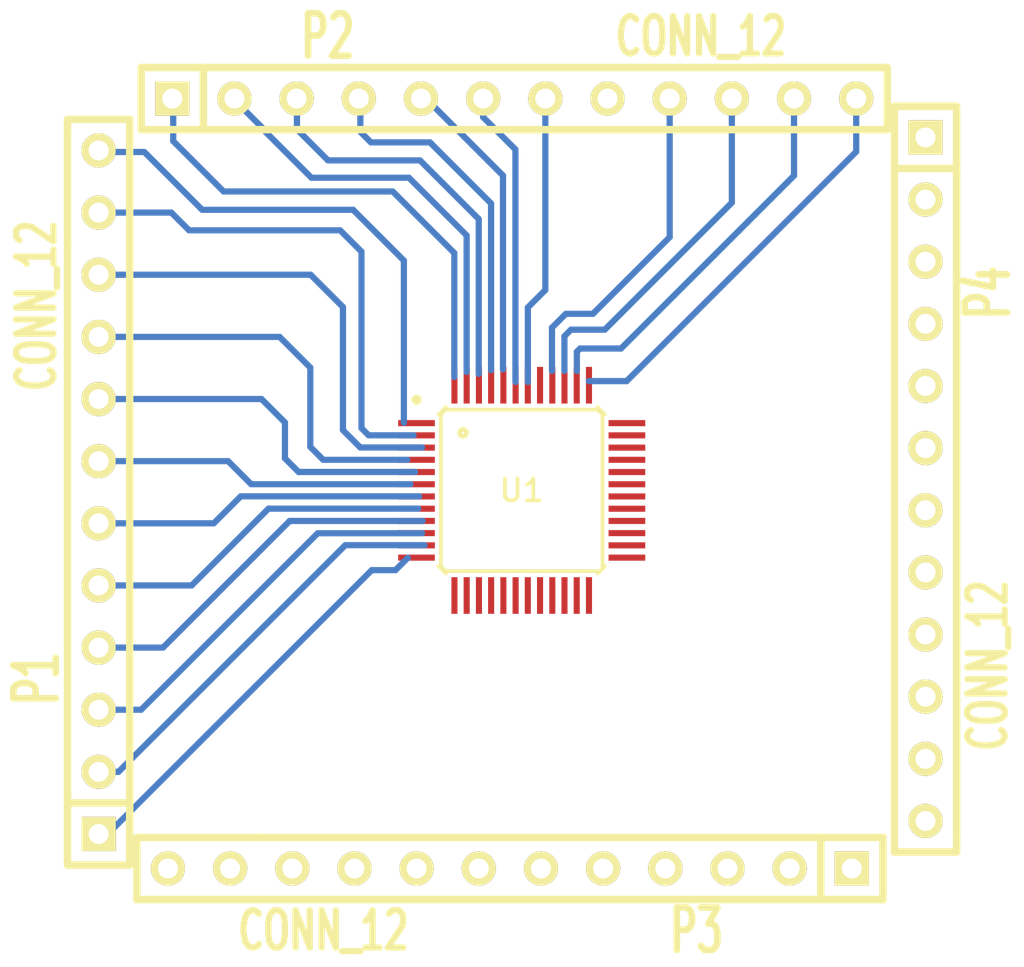
<source format=kicad_pcb>
(kicad_pcb (version 3) (host pcbnew "(2013-mar-13)-testing")

  (general
    (links 48)
    (no_connects 48)
    (area 0 0 0 0)
    (thickness 1.6)
    (drawings 0)
    (tracks 102)
    (zones 0)
    (modules 5)
    (nets 49)
  )

  (page A4)
  (layers
    (15 F.Cu signal)
    (0 B.Cu signal)
    (16 B.Adhes user)
    (17 F.Adhes user)
    (18 B.Paste user)
    (19 F.Paste user)
    (20 B.SilkS user)
    (21 F.SilkS user)
    (22 B.Mask user)
    (23 F.Mask user)
    (24 Dwgs.User user)
    (25 Cmts.User user)
    (26 Eco1.User user)
    (27 Eco2.User user)
    (28 Edge.Cuts user)
  )

  (setup
    (last_trace_width 0.254)
    (trace_clearance 0.254)
    (zone_clearance 0.508)
    (zone_45_only no)
    (trace_min 0.254)
    (segment_width 0.2)
    (edge_width 0.15)
    (via_size 0.889)
    (via_drill 0.635)
    (via_min_size 0.889)
    (via_min_drill 0.508)
    (uvia_size 0.508)
    (uvia_drill 0.127)
    (uvias_allowed no)
    (uvia_min_size 0.508)
    (uvia_min_drill 0.127)
    (pcb_text_width 0.3)
    (pcb_text_size 1 1)
    (mod_edge_width 0.15)
    (mod_text_size 1 1)
    (mod_text_width 0.15)
    (pad_size 1 1)
    (pad_drill 0.6)
    (pad_to_mask_clearance 0)
    (aux_axis_origin 0 0)
    (visible_elements FFFFEF7F)
    (pcbplotparams
      (layerselection 3178497)
      (usegerberextensions true)
      (excludeedgelayer true)
      (linewidth 0.150000)
      (plotframeref false)
      (viasonmask false)
      (mode 1)
      (useauxorigin false)
      (hpglpennumber 1)
      (hpglpenspeed 20)
      (hpglpendiameter 15)
      (hpglpenoverlay 2)
      (psnegative false)
      (psa4output false)
      (plotreference true)
      (plotvalue true)
      (plotothertext true)
      (plotinvisibletext false)
      (padsonsilk false)
      (subtractmaskfromsilk false)
      (outputformat 1)
      (mirror false)
      (drillshape 1)
      (scaleselection 1)
      (outputdirectory ""))
  )

  (net 0 "")
  (net 1 N-000001)
  (net 2 N-0000010)
  (net 3 N-0000011)
  (net 4 N-0000012)
  (net 5 N-0000013)
  (net 6 N-0000014)
  (net 7 N-0000015)
  (net 8 N-0000016)
  (net 9 N-0000017)
  (net 10 N-0000018)
  (net 11 N-0000019)
  (net 12 N-000002)
  (net 13 N-0000020)
  (net 14 N-0000021)
  (net 15 N-0000022)
  (net 16 N-0000023)
  (net 17 N-0000024)
  (net 18 N-0000025)
  (net 19 N-0000026)
  (net 20 N-0000027)
  (net 21 N-0000028)
  (net 22 N-0000029)
  (net 23 N-000003)
  (net 24 N-0000030)
  (net 25 N-0000031)
  (net 26 N-0000032)
  (net 27 N-0000033)
  (net 28 N-0000034)
  (net 29 N-0000035)
  (net 30 N-0000036)
  (net 31 N-0000037)
  (net 32 N-0000038)
  (net 33 N-0000039)
  (net 34 N-000004)
  (net 35 N-0000040)
  (net 36 N-0000041)
  (net 37 N-0000042)
  (net 38 N-0000043)
  (net 39 N-0000044)
  (net 40 N-0000045)
  (net 41 N-0000046)
  (net 42 N-0000047)
  (net 43 N-0000048)
  (net 44 N-000005)
  (net 45 N-000006)
  (net 46 N-000007)
  (net 47 N-000008)
  (net 48 N-000009)

  (net_class Default "This is the default net class."
    (clearance 0.254)
    (trace_width 0.254)
    (via_dia 0.889)
    (via_drill 0.635)
    (uvia_dia 0.508)
    (uvia_drill 0.127)
    (add_net "")
    (add_net N-000001)
    (add_net N-0000010)
    (add_net N-0000011)
    (add_net N-0000012)
    (add_net N-0000013)
    (add_net N-0000014)
    (add_net N-0000015)
    (add_net N-0000016)
    (add_net N-0000017)
    (add_net N-0000018)
    (add_net N-0000019)
    (add_net N-000002)
    (add_net N-0000020)
    (add_net N-0000021)
    (add_net N-0000022)
    (add_net N-0000023)
    (add_net N-0000024)
    (add_net N-0000025)
    (add_net N-0000026)
    (add_net N-0000027)
    (add_net N-0000028)
    (add_net N-0000029)
    (add_net N-000003)
    (add_net N-0000030)
    (add_net N-0000031)
    (add_net N-0000032)
    (add_net N-0000033)
    (add_net N-0000034)
    (add_net N-0000035)
    (add_net N-0000036)
    (add_net N-0000037)
    (add_net N-0000038)
    (add_net N-0000039)
    (add_net N-000004)
    (add_net N-0000040)
    (add_net N-0000041)
    (add_net N-0000042)
    (add_net N-0000043)
    (add_net N-0000044)
    (add_net N-0000045)
    (add_net N-0000046)
    (add_net N-0000047)
    (add_net N-0000048)
    (add_net N-000005)
    (add_net N-000006)
    (add_net N-000007)
    (add_net N-000008)
    (add_net N-000009)
  )

  (module SIL-12 (layer F.Cu) (tedit 5031D9E1) (tstamp 52135BBE)
    (at 131.2164 105.0798 90)
    (descr "Connecteur 12 pins")
    (tags "CONN DEV")
    (path /521358A2)
    (fp_text reference P1 (at -7.62 -2.54 90) (layer F.SilkS)
      (effects (font (size 1.72974 1.08712) (thickness 0.3048)))
    )
    (fp_text value CONN_12 (at 7.62 -2.54 90) (layer F.SilkS)
      (effects (font (size 1.524 1.016) (thickness 0.3048)))
    )
    (fp_line (start -15.24 1.27) (end -15.24 1.27) (layer F.SilkS) (width 0.3048))
    (fp_line (start -15.24 1.27) (end -15.24 -1.27) (layer F.SilkS) (width 0.3048))
    (fp_line (start -15.24 -1.27) (end 10.16 -1.27) (layer F.SilkS) (width 0.3048))
    (fp_line (start 10.16 1.27) (end -15.24 1.27) (layer F.SilkS) (width 0.3048))
    (fp_line (start -12.7 1.27) (end -12.7 -1.27) (layer F.SilkS) (width 0.3048))
    (fp_line (start 10.16 -1.27) (end 14.605 -1.27) (layer F.SilkS) (width 0.3048))
    (fp_line (start 14.605 -1.27) (end 15.24 -1.27) (layer F.SilkS) (width 0.3048))
    (fp_line (start 15.24 -1.27) (end 15.24 1.27) (layer F.SilkS) (width 0.3048))
    (fp_line (start 15.24 1.27) (end 10.16 1.27) (layer F.SilkS) (width 0.3048))
    (pad 1 thru_hole rect (at -13.97 0 90) (size 1.397 1.397) (drill 0.8128)
      (layers *.Cu *.Mask F.SilkS)
      (net 42 N-0000047)
    )
    (pad 2 thru_hole circle (at -11.43 0 90) (size 1.397 1.397) (drill 0.8128)
      (layers *.Cu *.Mask F.SilkS)
      (net 41 N-0000046)
    )
    (pad 3 thru_hole circle (at -8.89 0 90) (size 1.397 1.397) (drill 0.8128)
      (layers *.Cu *.Mask F.SilkS)
      (net 40 N-0000045)
    )
    (pad 4 thru_hole circle (at -6.35 0 90) (size 1.397 1.397) (drill 0.8128)
      (layers *.Cu *.Mask F.SilkS)
      (net 39 N-0000044)
    )
    (pad 5 thru_hole circle (at -3.81 0 90) (size 1.397 1.397) (drill 0.8128)
      (layers *.Cu *.Mask F.SilkS)
      (net 38 N-0000043)
    )
    (pad 6 thru_hole circle (at -1.27 0 90) (size 1.397 1.397) (drill 0.8128)
      (layers *.Cu *.Mask F.SilkS)
      (net 37 N-0000042)
    )
    (pad 7 thru_hole circle (at 1.27 0 90) (size 1.397 1.397) (drill 0.8128)
      (layers *.Cu *.Mask F.SilkS)
      (net 36 N-0000041)
    )
    (pad 8 thru_hole circle (at 3.81 0 90) (size 1.397 1.397) (drill 0.8128)
      (layers *.Cu *.Mask F.SilkS)
      (net 30 N-0000036)
    )
    (pad 9 thru_hole circle (at 6.35 0 90) (size 1.397 1.397) (drill 0.8128)
      (layers *.Cu *.Mask F.SilkS)
      (net 35 N-0000040)
    )
    (pad 10 thru_hole circle (at 8.89 0 90) (size 1.397 1.397) (drill 0.8128)
      (layers *.Cu *.Mask F.SilkS)
      (net 33 N-0000039)
    )
    (pad 11 thru_hole circle (at 11.43 0 90) (size 1.397 1.397) (drill 0.8128)
      (layers *.Cu *.Mask F.SilkS)
      (net 32 N-0000038)
    )
    (pad 12 thru_hole circle (at 13.97 0 90) (size 1.397 1.397) (drill 0.8128)
      (layers *.Cu *.Mask F.SilkS)
      (net 31 N-0000037)
    )
    (model pin_array\pins_array_12x1.wrl
      (at (xyz 0 0 0))
      (scale (xyz 1 1 1))
      (rotate (xyz 0 0 0))
    )
  )

  (module SIL-12 (layer F.Cu) (tedit 5031D9E1) (tstamp 52135BED)
    (at 148.0185 120.4595 180)
    (descr "Connecteur 12 pins")
    (tags "CONN DEV")
    (path /521358CF)
    (fp_text reference P3 (at -7.62 -2.54 180) (layer F.SilkS)
      (effects (font (size 1.72974 1.08712) (thickness 0.3048)))
    )
    (fp_text value CONN_12 (at 7.62 -2.54 180) (layer F.SilkS)
      (effects (font (size 1.524 1.016) (thickness 0.3048)))
    )
    (fp_line (start -15.24 1.27) (end -15.24 1.27) (layer F.SilkS) (width 0.3048))
    (fp_line (start -15.24 1.27) (end -15.24 -1.27) (layer F.SilkS) (width 0.3048))
    (fp_line (start -15.24 -1.27) (end 10.16 -1.27) (layer F.SilkS) (width 0.3048))
    (fp_line (start 10.16 1.27) (end -15.24 1.27) (layer F.SilkS) (width 0.3048))
    (fp_line (start -12.7 1.27) (end -12.7 -1.27) (layer F.SilkS) (width 0.3048))
    (fp_line (start 10.16 -1.27) (end 14.605 -1.27) (layer F.SilkS) (width 0.3048))
    (fp_line (start 14.605 -1.27) (end 15.24 -1.27) (layer F.SilkS) (width 0.3048))
    (fp_line (start 15.24 -1.27) (end 15.24 1.27) (layer F.SilkS) (width 0.3048))
    (fp_line (start 15.24 1.27) (end 10.16 1.27) (layer F.SilkS) (width 0.3048))
    (pad 1 thru_hole rect (at -13.97 0 180) (size 1.397 1.397) (drill 0.8128)
      (layers *.Cu *.Mask F.SilkS)
      (net 22 N-0000029)
    )
    (pad 2 thru_hole circle (at -11.43 0 180) (size 1.397 1.397) (drill 0.8128)
      (layers *.Cu *.Mask F.SilkS)
      (net 24 N-0000030)
    )
    (pad 3 thru_hole circle (at -8.89 0 180) (size 1.397 1.397) (drill 0.8128)
      (layers *.Cu *.Mask F.SilkS)
      (net 25 N-0000031)
    )
    (pad 4 thru_hole circle (at -6.35 0 180) (size 1.397 1.397) (drill 0.8128)
      (layers *.Cu *.Mask F.SilkS)
      (net 26 N-0000032)
    )
    (pad 5 thru_hole circle (at -3.81 0 180) (size 1.397 1.397) (drill 0.8128)
      (layers *.Cu *.Mask F.SilkS)
      (net 27 N-0000033)
    )
    (pad 6 thru_hole circle (at -1.27 0 180) (size 1.397 1.397) (drill 0.8128)
      (layers *.Cu *.Mask F.SilkS)
      (net 28 N-0000034)
    )
    (pad 7 thru_hole circle (at 1.27 0 180) (size 1.397 1.397) (drill 0.8128)
      (layers *.Cu *.Mask F.SilkS)
      (net 29 N-0000035)
    )
    (pad 8 thru_hole circle (at 3.81 0 180) (size 1.397 1.397) (drill 0.8128)
      (layers *.Cu *.Mask F.SilkS)
      (net 3 N-0000011)
    )
    (pad 9 thru_hole circle (at 6.35 0 180) (size 1.397 1.397) (drill 0.8128)
      (layers *.Cu *.Mask F.SilkS)
      (net 12 N-000002)
    )
    (pad 10 thru_hole circle (at 8.89 0 180) (size 1.397 1.397) (drill 0.8128)
      (layers *.Cu *.Mask F.SilkS)
      (net 23 N-000003)
    )
    (pad 11 thru_hole circle (at 11.43 0 180) (size 1.397 1.397) (drill 0.8128)
      (layers *.Cu *.Mask F.SilkS)
      (net 34 N-000004)
    )
    (pad 12 thru_hole circle (at 13.97 0 180) (size 1.397 1.397) (drill 0.8128)
      (layers *.Cu *.Mask F.SilkS)
      (net 44 N-000005)
    )
    (model pin_array\pins_array_12x1.wrl
      (at (xyz 0 0 0))
      (scale (xyz 1 1 1))
      (rotate (xyz 0 0 0))
    )
  )

  (module SIL-12 (layer F.Cu) (tedit 5031D9E1) (tstamp 52135C06)
    (at 164.9984 104.5464 270)
    (descr "Connecteur 12 pins")
    (tags "CONN DEV")
    (path /521358C0)
    (fp_text reference P4 (at -7.62 -2.54 270) (layer F.SilkS)
      (effects (font (size 1.72974 1.08712) (thickness 0.3048)))
    )
    (fp_text value CONN_12 (at 7.62 -2.54 270) (layer F.SilkS)
      (effects (font (size 1.524 1.016) (thickness 0.3048)))
    )
    (fp_line (start -15.24 1.27) (end -15.24 1.27) (layer F.SilkS) (width 0.3048))
    (fp_line (start -15.24 1.27) (end -15.24 -1.27) (layer F.SilkS) (width 0.3048))
    (fp_line (start -15.24 -1.27) (end 10.16 -1.27) (layer F.SilkS) (width 0.3048))
    (fp_line (start 10.16 1.27) (end -15.24 1.27) (layer F.SilkS) (width 0.3048))
    (fp_line (start -12.7 1.27) (end -12.7 -1.27) (layer F.SilkS) (width 0.3048))
    (fp_line (start 10.16 -1.27) (end 14.605 -1.27) (layer F.SilkS) (width 0.3048))
    (fp_line (start 14.605 -1.27) (end 15.24 -1.27) (layer F.SilkS) (width 0.3048))
    (fp_line (start 15.24 -1.27) (end 15.24 1.27) (layer F.SilkS) (width 0.3048))
    (fp_line (start 15.24 1.27) (end 10.16 1.27) (layer F.SilkS) (width 0.3048))
    (pad 1 thru_hole rect (at -13.97 0 270) (size 1.397 1.397) (drill 0.8128)
      (layers *.Cu *.Mask F.SilkS)
      (net 10 N-0000018)
    )
    (pad 2 thru_hole circle (at -11.43 0 270) (size 1.397 1.397) (drill 0.8128)
      (layers *.Cu *.Mask F.SilkS)
      (net 43 N-0000048)
    )
    (pad 3 thru_hole circle (at -8.89 0 270) (size 1.397 1.397) (drill 0.8128)
      (layers *.Cu *.Mask F.SilkS)
      (net 13 N-0000020)
    )
    (pad 4 thru_hole circle (at -6.35 0 270) (size 1.397 1.397) (drill 0.8128)
      (layers *.Cu *.Mask F.SilkS)
      (net 14 N-0000021)
    )
    (pad 5 thru_hole circle (at -3.81 0 270) (size 1.397 1.397) (drill 0.8128)
      (layers *.Cu *.Mask F.SilkS)
      (net 15 N-0000022)
    )
    (pad 6 thru_hole circle (at -1.27 0 270) (size 1.397 1.397) (drill 0.8128)
      (layers *.Cu *.Mask F.SilkS)
      (net 16 N-0000023)
    )
    (pad 7 thru_hole circle (at 1.27 0 270) (size 1.397 1.397) (drill 0.8128)
      (layers *.Cu *.Mask F.SilkS)
      (net 17 N-0000024)
    )
    (pad 8 thru_hole circle (at 3.81 0 270) (size 1.397 1.397) (drill 0.8128)
      (layers *.Cu *.Mask F.SilkS)
      (net 18 N-0000025)
    )
    (pad 9 thru_hole circle (at 6.35 0 270) (size 1.397 1.397) (drill 0.8128)
      (layers *.Cu *.Mask F.SilkS)
      (net 19 N-0000026)
    )
    (pad 10 thru_hole circle (at 8.89 0 270) (size 1.397 1.397) (drill 0.8128)
      (layers *.Cu *.Mask F.SilkS)
      (net 20 N-0000027)
    )
    (pad 11 thru_hole circle (at 11.43 0 270) (size 1.397 1.397) (drill 0.8128)
      (layers *.Cu *.Mask F.SilkS)
      (net 11 N-0000019)
    )
    (pad 12 thru_hole circle (at 13.97 0 270) (size 1.397 1.397) (drill 0.8128)
      (layers *.Cu *.Mask F.SilkS)
      (net 21 N-0000028)
    )
    (model pin_array\pins_array_12x1.wrl
      (at (xyz 0 0 0))
      (scale (xyz 1 1 1))
      (rotate (xyz 0 0 0))
    )
  )

  (module LQFP48   locked (layer F.Cu) (tedit 50487DE3) (tstamp 52135C47)
    (at 148.5011 105.0036)
    (path /52135819)
    (attr smd)
    (fp_text reference U1 (at 0 0) (layer F.SilkS)
      (effects (font (size 0.89916 0.89916) (thickness 0.14986)))
    )
    (fp_text value MK20LF (at -1.70688 5.73278) (layer F.SilkS) hide
      (effects (font (size 0.89916 0.89916) (thickness 0.14986)))
    )
    (fp_line (start -3.0988 3.29946) (end -3.29946 3.0988) (layer F.SilkS) (width 0.14986))
    (fp_line (start -3.29946 3.0988) (end -3.29946 -3.0988) (layer F.SilkS) (width 0.14986))
    (fp_line (start -3.29946 -3.0988) (end -3.0988 -3.29946) (layer F.SilkS) (width 0.14986))
    (fp_line (start -3.0988 -3.29946) (end 3.0988 -3.29946) (layer F.SilkS) (width 0.14986))
    (fp_line (start 3.0988 -3.29946) (end 3.29946 -3.0988) (layer F.SilkS) (width 0.14986))
    (fp_line (start 3.0988 3.29946) (end -3.0988 3.29946) (layer F.SilkS) (width 0.14986))
    (fp_line (start 3.29946 -3.0988) (end 3.29946 3.0988) (layer F.SilkS) (width 0.14986))
    (fp_line (start -3.0988 3.40106) (end -3.40106 3.0988) (layer F.SilkS) (width 0.14986))
    (fp_line (start 3.40106 3.0988) (end 3.0988 3.40106) (layer F.SilkS) (width 0.14986))
    (fp_line (start 3.0988 -3.40106) (end 3.40106 -3.0988) (layer F.SilkS) (width 0.14986))
    (fp_line (start -3.0988 -3.40106) (end -3.40106 -3.0988) (layer F.SilkS) (width 0.14986))
    (fp_circle (center -4.29768 -3.70332) (end -4.37134 -3.77698) (layer F.SilkS) (width 0.2032))
    (fp_circle (center -2.39776 -2.3495) (end -2.49682 -2.44856) (layer F.SilkS) (width 0.19812))
    (pad 1 smd rect (at -4.29768 -2.74828) (size 1.4986 0.24892)
      (layers F.Cu F.Paste F.Mask)
      (net 31 N-0000037)
    )
    (pad 2 smd rect (at -4.29768 -2.2479) (size 1.4986 0.24892)
      (layers F.Cu F.Paste F.Mask)
      (net 32 N-0000038)
    )
    (pad 3 smd rect (at -4.29768 -1.74752) (size 1.4986 0.24892)
      (layers F.Cu F.Paste F.Mask)
      (net 33 N-0000039)
    )
    (pad 4 smd rect (at -4.29768 -1.24968) (size 1.4986 0.24892)
      (layers F.Cu F.Paste F.Mask)
      (net 35 N-0000040)
    )
    (pad 5 smd rect (at -4.29768 -0.7493) (size 1.4986 0.24892)
      (layers F.Cu F.Paste F.Mask)
      (net 30 N-0000036)
    )
    (pad 6 smd rect (at -4.29768 -0.24892) (size 1.4986 0.24892)
      (layers F.Cu F.Paste F.Mask)
      (net 36 N-0000041)
    )
    (pad 7 smd rect (at -4.29768 0.24892) (size 1.4986 0.24892)
      (layers F.Cu F.Paste F.Mask)
      (net 37 N-0000042)
    )
    (pad 8 smd rect (at -4.29768 0.7493) (size 1.4986 0.24892)
      (layers F.Cu F.Paste F.Mask)
      (net 38 N-0000043)
    )
    (pad 9 smd rect (at -4.29768 1.24968) (size 1.4986 0.24892)
      (layers F.Cu F.Paste F.Mask)
      (net 39 N-0000044)
    )
    (pad 10 smd rect (at -4.29768 1.74752) (size 1.4986 0.24892)
      (layers F.Cu F.Paste F.Mask)
      (net 40 N-0000045)
    )
    (pad 11 smd rect (at -4.29768 2.2479) (size 1.4986 0.24892)
      (layers F.Cu F.Paste F.Mask)
      (net 41 N-0000046)
    )
    (pad 12 smd rect (at -4.29768 2.74828) (size 1.4986 0.24892)
      (layers F.Cu F.Paste F.Mask)
      (net 42 N-0000047)
    )
    (pad 13 smd rect (at -2.74828 4.29768) (size 0.24892 1.4986)
      (layers F.Cu F.Paste F.Mask)
      (net 44 N-000005)
    )
    (pad 14 smd rect (at -2.2479 4.29768) (size 0.24892 1.4986)
      (layers F.Cu F.Paste F.Mask)
      (net 34 N-000004)
    )
    (pad 15 smd rect (at -1.74752 4.29768) (size 0.24892 1.4986)
      (layers F.Cu F.Paste F.Mask)
      (net 23 N-000003)
    )
    (pad 16 smd rect (at -1.24968 4.29768) (size 0.24892 1.4986)
      (layers F.Cu F.Paste F.Mask)
      (net 12 N-000002)
    )
    (pad 17 smd rect (at -0.7493 4.29768) (size 0.24892 1.4986)
      (layers F.Cu F.Paste F.Mask)
      (net 3 N-0000011)
    )
    (pad 18 smd rect (at -0.24892 4.29768) (size 0.24892 1.4986)
      (layers F.Cu F.Paste F.Mask)
      (net 29 N-0000035)
    )
    (pad 19 smd rect (at 0.24892 4.29768) (size 0.24892 1.4986)
      (layers F.Cu F.Paste F.Mask)
      (net 28 N-0000034)
    )
    (pad 20 smd rect (at 0.7493 4.29768) (size 0.24892 1.4986)
      (layers F.Cu F.Paste F.Mask)
      (net 27 N-0000033)
    )
    (pad 21 smd rect (at 1.24968 4.29768) (size 0.24892 1.4986)
      (layers F.Cu F.Paste F.Mask)
      (net 26 N-0000032)
    )
    (pad 22 smd rect (at 1.74752 4.29768) (size 0.24892 1.4986)
      (layers F.Cu F.Paste F.Mask)
      (net 25 N-0000031)
    )
    (pad 23 smd rect (at 2.2479 4.29768) (size 0.24892 1.4986)
      (layers F.Cu F.Paste F.Mask)
      (net 24 N-0000030)
    )
    (pad 24 smd rect (at 2.74828 4.29768) (size 0.24892 1.4986)
      (layers F.Cu F.Paste F.Mask)
      (net 22 N-0000029)
    )
    (pad 25 smd rect (at 4.29768 2.74828) (size 1.4986 0.24892)
      (layers F.Cu F.Paste F.Mask)
      (net 21 N-0000028)
    )
    (pad 26 smd rect (at 4.29768 2.2479) (size 1.4986 0.24892)
      (layers F.Cu F.Paste F.Mask)
      (net 11 N-0000019)
    )
    (pad 27 smd rect (at 4.29768 1.74752) (size 1.4986 0.24892)
      (layers F.Cu F.Paste F.Mask)
      (net 20 N-0000027)
    )
    (pad 28 smd rect (at 4.29768 1.24968) (size 1.4986 0.24892)
      (layers F.Cu F.Paste F.Mask)
      (net 19 N-0000026)
    )
    (pad 29 smd rect (at 4.29768 0.7493) (size 1.4986 0.24892)
      (layers F.Cu F.Paste F.Mask)
      (net 18 N-0000025)
    )
    (pad 30 smd rect (at 4.29768 0.24892) (size 1.4986 0.24892)
      (layers F.Cu F.Paste F.Mask)
      (net 17 N-0000024)
    )
    (pad 31 smd rect (at 4.29768 -0.24892) (size 1.4986 0.24892)
      (layers F.Cu F.Paste F.Mask)
      (net 16 N-0000023)
    )
    (pad 32 smd rect (at 4.29768 -0.7493) (size 1.4986 0.24892)
      (layers F.Cu F.Paste F.Mask)
      (net 15 N-0000022)
    )
    (pad 33 smd rect (at 4.29768 -1.24968) (size 1.4986 0.24892)
      (layers F.Cu F.Paste F.Mask)
      (net 14 N-0000021)
    )
    (pad 34 smd rect (at 4.29768 -1.74752) (size 1.4986 0.24892)
      (layers F.Cu F.Paste F.Mask)
      (net 13 N-0000020)
    )
    (pad 35 smd rect (at 4.29768 -2.2479) (size 1.4986 0.24892)
      (layers F.Cu F.Paste F.Mask)
      (net 43 N-0000048)
    )
    (pad 36 smd rect (at 4.29768 -2.74828) (size 1.4986 0.24892)
      (layers F.Cu F.Paste F.Mask)
      (net 10 N-0000018)
    )
    (pad 37 smd rect (at 2.74828 -4.29768) (size 0.24892 1.4986)
      (layers F.Cu F.Paste F.Mask)
      (net 9 N-0000017)
    )
    (pad 38 smd rect (at 2.2479 -4.29768) (size 0.24892 1.4986)
      (layers F.Cu F.Paste F.Mask)
      (net 8 N-0000016)
    )
    (pad 39 smd rect (at 1.74752 -4.29768) (size 0.24892 1.4986)
      (layers F.Cu F.Paste F.Mask)
      (net 7 N-0000015)
    )
    (pad 40 smd rect (at 1.24968 -4.29768) (size 0.24892 1.4986)
      (layers F.Cu F.Paste F.Mask)
      (net 6 N-0000014)
    )
    (pad 41 smd rect (at 0.7493 -4.29768) (size 0.24892 1.4986)
      (layers F.Cu F.Paste F.Mask)
      (net 5 N-0000013)
    )
    (pad 42 smd rect (at 0.24892 -4.29768) (size 0.24892 1.4986)
      (layers F.Cu F.Paste F.Mask)
      (net 4 N-0000012)
    )
    (pad 43 smd rect (at -0.24892 -4.29768) (size 0.24892 1.4986)
      (layers F.Cu F.Paste F.Mask)
      (net 1 N-000001)
    )
    (pad 44 smd rect (at -0.7493 -4.29768) (size 0.24892 1.4986)
      (layers F.Cu F.Paste F.Mask)
      (net 2 N-0000010)
    )
    (pad 45 smd rect (at -1.24968 -4.29768) (size 0.24892 1.4986)
      (layers F.Cu F.Paste F.Mask)
      (net 48 N-000009)
    )
    (pad 46 smd rect (at -1.74752 -4.29768) (size 0.24892 1.4986)
      (layers F.Cu F.Paste F.Mask)
      (net 47 N-000008)
    )
    (pad 47 smd rect (at -2.2479 -4.29768) (size 0.24892 1.4986)
      (layers F.Cu F.Paste F.Mask)
      (net 46 N-000007)
    )
    (pad 48 smd rect (at -2.74828 -4.29768) (size 0.24892 1.4986)
      (layers F.Cu F.Paste F.Mask)
      (net 45 N-000006)
    )
  )

  (module SIL-12 (layer F.Cu) (tedit 5031D9E1) (tstamp 52152359)
    (at 148.1963 88.9889)
    (descr "Connecteur 12 pins")
    (tags "CONN DEV")
    (path /521358B1)
    (fp_text reference P2 (at -7.62 -2.54) (layer F.SilkS)
      (effects (font (size 1.72974 1.08712) (thickness 0.3048)))
    )
    (fp_text value CONN_12 (at 7.62 -2.54) (layer F.SilkS)
      (effects (font (size 1.524 1.016) (thickness 0.3048)))
    )
    (fp_line (start -15.24 1.27) (end -15.24 1.27) (layer F.SilkS) (width 0.3048))
    (fp_line (start -15.24 1.27) (end -15.24 -1.27) (layer F.SilkS) (width 0.3048))
    (fp_line (start -15.24 -1.27) (end 10.16 -1.27) (layer F.SilkS) (width 0.3048))
    (fp_line (start 10.16 1.27) (end -15.24 1.27) (layer F.SilkS) (width 0.3048))
    (fp_line (start -12.7 1.27) (end -12.7 -1.27) (layer F.SilkS) (width 0.3048))
    (fp_line (start 10.16 -1.27) (end 14.605 -1.27) (layer F.SilkS) (width 0.3048))
    (fp_line (start 14.605 -1.27) (end 15.24 -1.27) (layer F.SilkS) (width 0.3048))
    (fp_line (start 15.24 -1.27) (end 15.24 1.27) (layer F.SilkS) (width 0.3048))
    (fp_line (start 15.24 1.27) (end 10.16 1.27) (layer F.SilkS) (width 0.3048))
    (pad 1 thru_hole rect (at -13.97 0) (size 1.397 1.397) (drill 0.8128)
      (layers *.Cu *.Mask F.SilkS)
      (net 45 N-000006)
    )
    (pad 2 thru_hole circle (at -11.43 0) (size 1.397 1.397) (drill 0.8128)
      (layers *.Cu *.Mask F.SilkS)
      (net 46 N-000007)
    )
    (pad 3 thru_hole circle (at -8.89 0) (size 1.397 1.397) (drill 0.8128)
      (layers *.Cu *.Mask F.SilkS)
      (net 47 N-000008)
    )
    (pad 4 thru_hole circle (at -6.35 0) (size 1.397 1.397) (drill 0.8128)
      (layers *.Cu *.Mask F.SilkS)
      (net 48 N-000009)
    )
    (pad 5 thru_hole circle (at -3.81 0) (size 1.397 1.397) (drill 0.8128)
      (layers *.Cu *.Mask F.SilkS)
      (net 2 N-0000010)
    )
    (pad 6 thru_hole circle (at -1.27 0) (size 1.397 1.397) (drill 0.8128)
      (layers *.Cu *.Mask F.SilkS)
      (net 1 N-000001)
    )
    (pad 7 thru_hole circle (at 1.27 0) (size 1.397 1.397) (drill 0.8128)
      (layers *.Cu *.Mask F.SilkS)
      (net 4 N-0000012)
    )
    (pad 8 thru_hole circle (at 3.81 0) (size 1.397 1.397) (drill 0.8128)
      (layers *.Cu *.Mask F.SilkS)
      (net 5 N-0000013)
    )
    (pad 9 thru_hole circle (at 6.35 0) (size 1.397 1.397) (drill 0.8128)
      (layers *.Cu *.Mask F.SilkS)
      (net 6 N-0000014)
    )
    (pad 10 thru_hole circle (at 8.89 0) (size 1.397 1.397) (drill 0.8128)
      (layers *.Cu *.Mask F.SilkS)
      (net 7 N-0000015)
    )
    (pad 11 thru_hole circle (at 11.43 0) (size 1.397 1.397) (drill 0.8128)
      (layers *.Cu *.Mask F.SilkS)
      (net 8 N-0000016)
    )
    (pad 12 thru_hole circle (at 13.97 0) (size 1.397 1.397) (drill 0.8128)
      (layers *.Cu *.Mask F.SilkS)
      (net 9 N-0000017)
    )
    (model pin_array\pins_array_12x1.wrl
      (at (xyz 0 0 0))
      (scale (xyz 1 1 1))
      (rotate (xyz 0 0 0))
    )
  )

  (segment (start 143.6878 102.24262) (end 143.6878 95.61068) (width 0.254) (layer B.Cu) (net 0))
  (segment (start 130.9497 91.1733) (end 131.2164 91.1098) (width 0.254) (layer B.Cu) (net 0) (tstamp 52152543) (status C00000))
  (segment (start 133.0833 91.1733) (end 130.9497 91.1733) (width 0.254) (layer B.Cu) (net 0) (tstamp 52152540) (status 800000))
  (segment (start 135.4455 93.5355) (end 133.0833 91.1733) (width 0.254) (layer B.Cu) (net 0) (tstamp 5215253C))
  (segment (start 141.61262 93.5355) (end 135.4455 93.5355) (width 0.254) (layer B.Cu) (net 0) (tstamp 5215253A))
  (segment (start 143.6878 95.61068) (end 141.61262 93.5355) (width 0.254) (layer B.Cu) (net 0) (tstamp 52152536))
  (segment (start 145.74774 100.37064) (end 145.74774 95.30334) (width 0.254) (layer B.Cu) (net 0))
  (segment (start 134.2644 89.0016) (end 134.2263 88.9889) (width 0.254) (layer B.Cu) (net 0) (tstamp 5215252B) (status C00000))
  (segment (start 134.2644 90.7288) (end 134.2644 89.0016) (width 0.254) (layer B.Cu) (net 0) (tstamp 52152528) (status 800000))
  (segment (start 136.3218 92.7862) (end 134.2644 90.7288) (width 0.254) (layer B.Cu) (net 0) (tstamp 52152525))
  (segment (start 143.2306 92.7862) (end 136.3218 92.7862) (width 0.254) (layer B.Cu) (net 0) (tstamp 52152523))
  (segment (start 145.74774 95.30334) (end 143.2306 92.7862) (width 0.254) (layer B.Cu) (net 0) (tstamp 5215251E))
  (segment (start 146.25066 100.1649) (end 146.25066 94.58198) (width 0.254) (layer B.Cu) (net 0))
  (segment (start 136.76376 89.04224) (end 136.7663 88.9889) (width 0.254) (layer B.Cu) (net 0) (tstamp 5215250D) (status C00000))
  (segment (start 137.9728 90.25128) (end 136.76376 89.04224) (width 0.254) (layer B.Cu) (net 0) (tstamp 5215250B) (status 800000))
  (segment (start 137.9728 90.28684) (end 137.9728 90.25128) (width 0.254) (layer B.Cu) (net 0) (tstamp 52152509))
  (segment (start 139.91082 92.22486) (end 137.9728 90.28684) (width 0.254) (layer B.Cu) (net 0) (tstamp 52152506))
  (segment (start 143.89354 92.22486) (end 139.91082 92.22486) (width 0.254) (layer B.Cu) (net 0) (tstamp 52152504))
  (segment (start 146.25066 94.58198) (end 143.89354 92.22486) (width 0.254) (layer B.Cu) (net 0) (tstamp 521524FD))
  (segment (start 146.74596 100.2411) (end 146.74596 93.91396) (width 0.254) (layer B.Cu) (net 0))
  (segment (start 139.319 88.9762) (end 139.3063 88.9889) (width 0.254) (layer B.Cu) (net 0) (tstamp 521524F5) (status C00000))
  (segment (start 139.319 90.2462) (end 139.319 88.9762) (width 0.254) (layer B.Cu) (net 0) (tstamp 521524F2) (status 800000))
  (segment (start 140.589 91.5162) (end 139.319 90.2462) (width 0.254) (layer B.Cu) (net 0) (tstamp 521524F0))
  (segment (start 144.3482 91.5162) (end 140.589 91.5162) (width 0.254) (layer B.Cu) (net 0) (tstamp 521524EE))
  (segment (start 146.74596 93.91396) (end 144.3482 91.5162) (width 0.254) (layer B.Cu) (net 0) (tstamp 521524E9))
  (segment (start 147.24888 100.09124) (end 147.24888 93.27388) (width 0.254) (layer B.Cu) (net 0))
  (segment (start 141.9098 88.9762) (end 141.8463 88.9889) (width 0.254) (layer B.Cu) (net 0) (tstamp 521524E1) (status C00000))
  (segment (start 141.9098 90.3478) (end 141.9098 88.9762) (width 0.254) (layer B.Cu) (net 0) (tstamp 521524DF) (status 800000))
  (segment (start 142.3416 90.7796) (end 141.9098 90.3478) (width 0.254) (layer B.Cu) (net 0) (tstamp 521524DD))
  (segment (start 144.7546 90.7796) (end 142.3416 90.7796) (width 0.254) (layer B.Cu) (net 0) (tstamp 521524DB))
  (segment (start 147.24888 93.27388) (end 144.7546 90.7796) (width 0.254) (layer B.Cu) (net 0) (tstamp 521524D6))
  (segment (start 148.244558 91.069158) (end 148.244558 100.57384) (width 0.254) (layer B.Cu) (net 1) (tstamp 52152495))
  (segment (start 146.9263 89.7509) (end 148.244558 91.069158) (width 0.254) (layer B.Cu) (net 1) (tstamp 52152494))
  (segment (start 146.9263 88.9889) (end 146.9263 89.7509) (width 0.254) (layer B.Cu) (net 1))
  (segment (start 147.736556 92.135956) (end 147.736556 100.05822) (width 0.254) (layer B.Cu) (net 2) (tstamp 521524A2))
  (segment (start 144.5895 88.9889) (end 147.736556 92.135956) (width 0.254) (layer B.Cu) (net 2) (tstamp 521524A1))
  (segment (start 144.3863 88.9889) (end 144.5895 88.9889) (width 0.254) (layer B.Cu) (net 2))
  (segment (start 148.75256 97.52584) (end 148.75256 100.57384) (width 0.254) (layer B.Cu) (net 4) (tstamp 52152491))
  (segment (start 149.4663 96.8121) (end 148.75256 97.52584) (width 0.254) (layer B.Cu) (net 4) (tstamp 52152490))
  (segment (start 149.4663 88.9889) (end 149.4663 96.8121) (width 0.254) (layer B.Cu) (net 4))
  (segment (start 154.5463 88.9889) (end 154.5463 94.6531) (width 0.254) (layer B.Cu) (net 6))
  (segment (start 149.738076 98.353884) (end 149.738076 100.12172) (width 0.254) (layer B.Cu) (net 6) (tstamp 5215246B))
  (segment (start 150.3045 97.78746) (end 149.738076 98.353884) (width 0.254) (layer B.Cu) (net 6) (tstamp 5215246A))
  (segment (start 151.41194 97.78746) (end 150.3045 97.78746) (width 0.254) (layer B.Cu) (net 6) (tstamp 52152468))
  (segment (start 154.5463 94.6531) (end 151.41194 97.78746) (width 0.254) (layer B.Cu) (net 6) (tstamp 52152466))
  (segment (start 157.0863 88.9889) (end 157.0863 93.2434) (width 0.254) (layer B.Cu) (net 7))
  (segment (start 150.246078 98.704402) (end 150.246078 100.12172) (width 0.254) (layer B.Cu) (net 7) (tstamp 52152463))
  (segment (start 150.51532 98.43516) (end 150.246078 98.704402) (width 0.254) (layer B.Cu) (net 7) (tstamp 52152462))
  (segment (start 151.89454 98.43516) (end 150.51532 98.43516) (width 0.254) (layer B.Cu) (net 7) (tstamp 52152460))
  (segment (start 157.0863 93.2434) (end 151.89454 98.43516) (width 0.254) (layer B.Cu) (net 7) (tstamp 5215245E))
  (segment (start 159.6263 88.9889) (end 159.6263 92.1385) (width 0.254) (layer B.Cu) (net 8))
  (segment (start 150.75408 99.3394) (end 150.75408 100.12172) (width 0.254) (layer B.Cu) (net 8) (tstamp 5215245B))
  (segment (start 150.8887 99.20478) (end 150.75408 99.3394) (width 0.254) (layer B.Cu) (net 8) (tstamp 5215245A))
  (segment (start 152.56002 99.20478) (end 150.8887 99.20478) (width 0.254) (layer B.Cu) (net 8) (tstamp 52152458))
  (segment (start 159.6263 92.1385) (end 152.56002 99.20478) (width 0.254) (layer B.Cu) (net 8) (tstamp 52152456))
  (segment (start 162.1663 88.9889) (end 162.1663 91.1606) (width 0.254) (layer B.Cu) (net 9))
  (segment (start 152.78862 100.53828) (end 151.24684 100.53828) (width 0.254) (layer B.Cu) (net 9) (tstamp 52152452))
  (segment (start 162.1663 91.1606) (end 152.78862 100.53828) (width 0.254) (layer B.Cu) (net 9) (tstamp 52152450))
  (segment (start 131.2164 101.2698) (end 137.8712 101.2698) (width 0.254) (layer B.Cu) (net 30) (status 400000))
  (segment (start 139.38758 104.25176) (end 144.145 104.25176) (width 0.254) (layer B.Cu) (net 30) (tstamp 5215259E))
  (segment (start 138.82878 103.69296) (end 139.38758 104.25176) (width 0.254) (layer B.Cu) (net 30) (tstamp 5215259B))
  (segment (start 138.82878 102.22738) (end 138.82878 103.69296) (width 0.254) (layer B.Cu) (net 30) (tstamp 52152585))
  (segment (start 137.8712 101.2698) (end 138.82878 102.22738) (width 0.254) (layer B.Cu) (net 30) (tstamp 52152583))
  (segment (start 131.2164 93.6498) (end 134.1882 93.6498) (width 0.254) (layer B.Cu) (net 32) (status 400000))
  (segment (start 142.24762 102.75316) (end 144.08404 102.75316) (width 0.254) (layer B.Cu) (net 32) (tstamp 52152552))
  (segment (start 141.95552 102.46106) (end 142.24762 102.75316) (width 0.254) (layer B.Cu) (net 32) (tstamp 5215254B))
  (segment (start 141.95552 95.24492) (end 141.95552 102.46106) (width 0.254) (layer B.Cu) (net 32) (tstamp 52152549))
  (segment (start 141.0843 94.3737) (end 141.95552 95.24492) (width 0.254) (layer B.Cu) (net 32) (tstamp 52152547))
  (segment (start 134.9121 94.3737) (end 141.0843 94.3737) (width 0.254) (layer B.Cu) (net 32) (tstamp 52152545))
  (segment (start 134.1882 93.6498) (end 134.9121 94.3737) (width 0.254) (layer B.Cu) (net 32) (tstamp 52152544))
  (segment (start 131.2164 96.1898) (end 139.8778 96.1898) (width 0.254) (layer B.Cu) (net 33) (status 400000))
  (segment (start 141.90726 103.251) (end 144.42948 103.251) (width 0.254) (layer B.Cu) (net 33) (tstamp 52152566))
  (segment (start 141.1986 102.54234) (end 141.90726 103.251) (width 0.254) (layer B.Cu) (net 33) (tstamp 52152562))
  (segment (start 141.1986 97.5106) (end 141.1986 102.54234) (width 0.254) (layer B.Cu) (net 33) (tstamp 5215255E))
  (segment (start 139.8778 96.1898) (end 141.1986 97.5106) (width 0.254) (layer B.Cu) (net 33) (tstamp 52152559))
  (segment (start 131.2164 98.7298) (end 138.61034 98.7298) (width 0.254) (layer B.Cu) (net 35) (status 400000))
  (segment (start 140.39088 103.75392) (end 143.8275 103.75392) (width 0.254) (layer B.Cu) (net 35) (tstamp 5215257F))
  (segment (start 139.8651 103.22814) (end 140.39088 103.75392) (width 0.254) (layer B.Cu) (net 35) (tstamp 5215257A))
  (segment (start 139.8651 99.98456) (end 139.8651 103.22814) (width 0.254) (layer B.Cu) (net 35) (tstamp 52152571))
  (segment (start 138.61034 98.7298) (end 139.8651 99.98456) (width 0.254) (layer B.Cu) (net 35) (tstamp 5215256E))
  (segment (start 131.2164 103.8098) (end 136.50722 103.8098) (width 0.254) (layer B.Cu) (net 36) (status 400000))
  (segment (start 137.44956 104.75214) (end 143.95704 104.75214) (width 0.254) (layer B.Cu) (net 36) (tstamp 521525A6))
  (segment (start 136.50722 103.8098) (end 137.44956 104.75214) (width 0.254) (layer B.Cu) (net 36) (tstamp 521525A5))
  (segment (start 131.2164 106.3498) (end 135.92048 106.3498) (width 0.254) (layer B.Cu) (net 37) (status 400000))
  (segment (start 137.02284 105.24744) (end 144.31518 105.24744) (width 0.254) (layer B.Cu) (net 37) (tstamp 521525B5))
  (segment (start 135.92048 106.3498) (end 137.02284 105.24744) (width 0.254) (layer B.Cu) (net 37) (tstamp 521525B4))
  (segment (start 131.2164 108.8898) (end 135.01624 108.8898) (width 0.254) (layer B.Cu) (net 38) (status 400000))
  (segment (start 138.15568 105.75036) (end 144.27708 105.75036) (width 0.254) (layer B.Cu) (net 38) (tstamp 521525BF))
  (segment (start 135.01624 108.8898) (end 138.15568 105.75036) (width 0.254) (layer B.Cu) (net 38) (tstamp 521525BC))
  (segment (start 131.2164 111.4298) (end 133.84784 111.4298) (width 0.254) (layer B.Cu) (net 39) (status 400000))
  (segment (start 139.02436 106.25328) (end 144.45234 106.25328) (width 0.254) (layer B.Cu) (net 39) (tstamp 521525CA))
  (segment (start 133.84784 111.4298) (end 139.02436 106.25328) (width 0.254) (layer B.Cu) (net 39) (tstamp 521525C6))
  (segment (start 131.2164 113.9698) (end 132.95376 113.9698) (width 0.254) (layer B.Cu) (net 40) (status 400000))
  (segment (start 140.16736 106.7562) (end 144.42948 106.7562) (width 0.254) (layer B.Cu) (net 40) (tstamp 521525D3))
  (segment (start 132.95376 113.9698) (end 140.16736 106.7562) (width 0.254) (layer B.Cu) (net 40) (tstamp 521525CF))
  (segment (start 131.2164 116.5098) (end 132.02666 116.5098) (width 0.254) (layer B.Cu) (net 41) (status 400000))
  (segment (start 141.29258 107.24388) (end 144.52854 107.24388) (width 0.254) (layer B.Cu) (net 41) (tstamp 521525DF))
  (segment (start 132.02666 116.5098) (end 141.29258 107.24388) (width 0.254) (layer B.Cu) (net 41) (tstamp 521525DB))
  (segment (start 131.2164 119.0498) (end 131.58978 119.0498) (width 0.254) (layer B.Cu) (net 42) (status C00000))
  (segment (start 143.3449 108.26496) (end 143.84782 107.76204) (width 0.254) (layer B.Cu) (net 42) (tstamp 521525F6))
  (segment (start 142.37462 108.26496) (end 143.3449 108.26496) (width 0.254) (layer B.Cu) (net 42) (tstamp 521525F3))
  (segment (start 131.58978 119.0498) (end 142.37462 108.26496) (width 0.254) (layer B.Cu) (net 42) (tstamp 521525EC) (status 400000))

)

</source>
